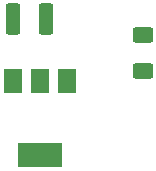
<source format=gbr>
%TF.GenerationSoftware,KiCad,Pcbnew,8.0.1*%
%TF.CreationDate,2024-04-01T21:08:38-04:00*%
%TF.ProjectId,esp32-node-board-40x65,65737033-322d-46e6-9f64-652d626f6172,rev?*%
%TF.SameCoordinates,Original*%
%TF.FileFunction,Paste,Bot*%
%TF.FilePolarity,Positive*%
%FSLAX46Y46*%
G04 Gerber Fmt 4.6, Leading zero omitted, Abs format (unit mm)*
G04 Created by KiCad (PCBNEW 8.0.1) date 2024-04-01 21:08:38*
%MOMM*%
%LPD*%
G01*
G04 APERTURE LIST*
G04 Aperture macros list*
%AMRoundRect*
0 Rectangle with rounded corners*
0 $1 Rounding radius*
0 $2 $3 $4 $5 $6 $7 $8 $9 X,Y pos of 4 corners*
0 Add a 4 corners polygon primitive as box body*
4,1,4,$2,$3,$4,$5,$6,$7,$8,$9,$2,$3,0*
0 Add four circle primitives for the rounded corners*
1,1,$1+$1,$2,$3*
1,1,$1+$1,$4,$5*
1,1,$1+$1,$6,$7*
1,1,$1+$1,$8,$9*
0 Add four rect primitives between the rounded corners*
20,1,$1+$1,$2,$3,$4,$5,0*
20,1,$1+$1,$4,$5,$6,$7,0*
20,1,$1+$1,$6,$7,$8,$9,0*
20,1,$1+$1,$8,$9,$2,$3,0*%
G04 Aperture macros list end*
%ADD10RoundRect,0.250000X-0.625000X0.400000X-0.625000X-0.400000X0.625000X-0.400000X0.625000X0.400000X0*%
%ADD11RoundRect,0.250000X-0.375000X-1.075000X0.375000X-1.075000X0.375000X1.075000X-0.375000X1.075000X0*%
%ADD12R,1.500000X2.000000*%
%ADD13R,3.800000X2.000000*%
G04 APERTURE END LIST*
D10*
%TO.C,R1*%
X99700000Y-48700000D03*
X99700000Y-51800000D03*
%TD*%
D11*
%TO.C,D4*%
X88700000Y-47400000D03*
X91500000Y-47400000D03*
%TD*%
D12*
%TO.C,U1*%
X88700000Y-52600000D03*
X91000000Y-52600000D03*
D13*
X91000000Y-58900000D03*
D12*
X93300000Y-52600000D03*
%TD*%
M02*

</source>
